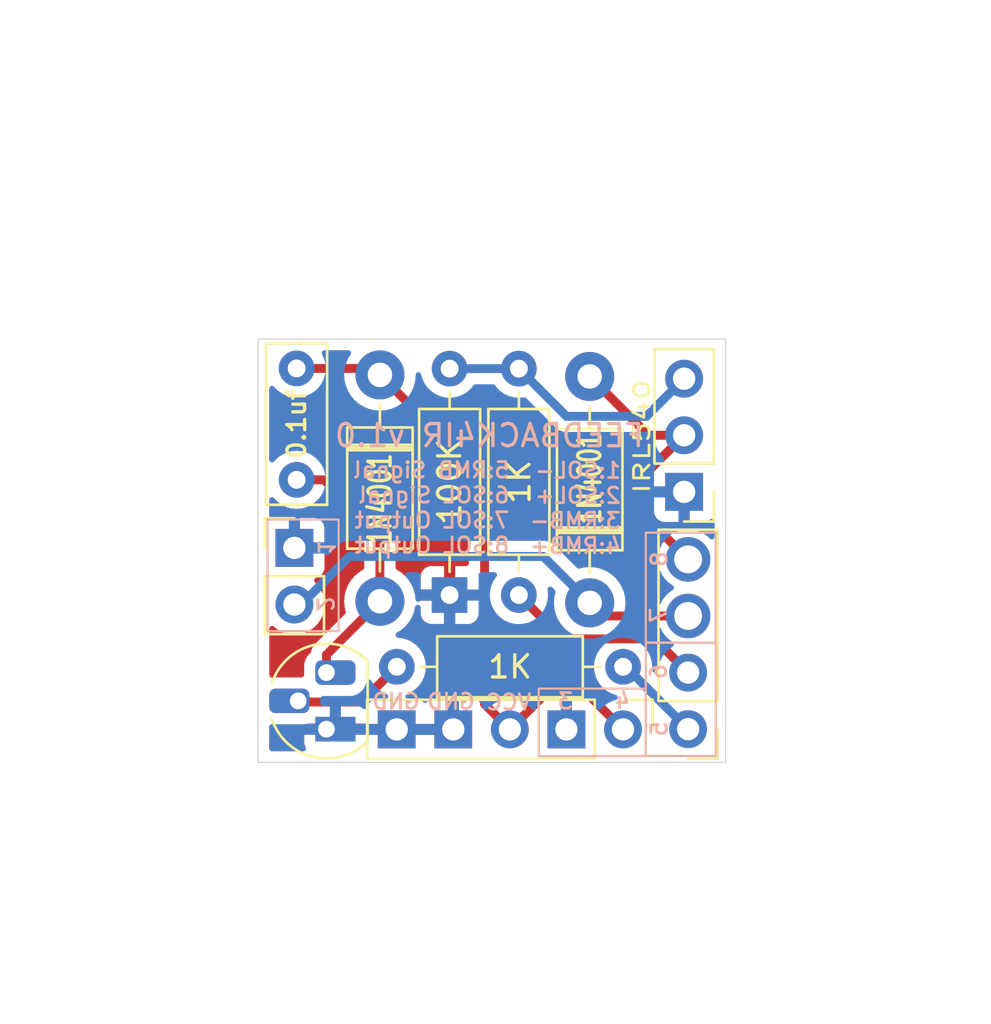
<source format=kicad_pcb>
(kicad_pcb (version 20240108) (generator "pcbnew") (generator_version "8.0")
  (layers (0 "F.Cu" signal) (31 "B.Cu" signal) (34 "B.Paste" user) (35 "F.Paste" user) (36 "B.SilkS" user "B.Silkscreen") (37 "F.SilkS" user "F.Silkscreen") (38 "B.Mask" user) (39 "F.Mask" user) (44 "Edge.Cuts" user))
  (net 0 "")
  (net 1 "DRAIN")
  (net 2 "+24V")
  (net 3 "GND")
  (net 4 "BASE")
  (net 5 "D11")
  (net 6 "GATE")
  (net 7 "RMB-")
  (net 8 "VCC")
  (net 9 "MOSI")
  (footprint "Connector_PinHeader_2.54mm:PinHeader_1x05_P2.54mm_Vertical" (layer "F.Cu") (at 128.425 117.49 -90)
    (property "Reference" "H5" (hide yes))
    (property "Value" "PinHeader_1x05_P2.54mm_Vertical")
    (fp_line (start -1.33 11.49) (end 1.33 11.49) (stroke (width 0.12)) (layer "F.SilkS"))
    (fp_line (start -1.33 1.27) (end -1.33 11.49) (stroke (width 0.12)) (layer "F.SilkS"))
    (fp_line (start -1.33 1.27) (end 1.33 1.27) (stroke (width 0.12)) (layer "F.SilkS"))
    (fp_line (start 1.33 1.27) (end 1.33 11.49) (stroke (width 0.12)) (layer "F.SilkS"))
    (fp_line (start -1.33 0) (end -1.33 -1.33) (stroke (width 0.12)) (layer "F.SilkS"))
    (fp_line (start -1.33 -1.33) (end 0 -1.33) (stroke (width 0.12)) (layer "F.SilkS"))
    (pad "1" thru_hole oval (at 0 0 270) (size 1.7 1.7) (drill 1) (layers "*.Cu" "*.Mask") (net 8 "VCC"))
    (pad "2" thru_hole rect (at 0 2.54 270) (size 1.7 1.7) (drill 1) (layers "*.Cu" "*.Mask") (net 3 "GND"))
    (pad "3" thru_hole oval (at 0 5.08 270) (size 1.7 1.7) (drill 1) (layers "*.Cu" "*.Mask") (net 8 "VCC"))
    (pad "4" thru_hole rect (at 0 7.62 270) (size 1.7 1.7) (drill 1) (layers "*.Cu" "*.Mask") (net 3 "GND"))
    (pad "5" thru_hole rect (at 0 10.16 270) (size 1.7 1.7) (drill 1) (layers "*.Cu" "*.Mask") (net 3 "GND"))
  )
  (footprint "Capacitor_THT:C_Disc_D7.0mm_W2.5mm_P5.00mm" (layer "F.Cu") (at 113.77 101.29 -90)
    (property "Reference" "0.1uf" (at 2.5 0 90) (layer "F.SilkS") (effects (font (size 0.8 0.8))))
    (property "Value" "C_Disc_D7.0mm_W2.5mm_P5.00mm")
    (fp_line (start -1.12 1.37) (end 6.12 1.37) (stroke (width 0.12)) (layer "F.SilkS"))
    (fp_line (start -1.12 -1.37) (end -1.12 1.37) (stroke (width 0.12)) (layer "F.SilkS"))
    (fp_line (start -1.12 -1.37) (end 6.12 -1.37) (stroke (width 0.12)) (layer "F.SilkS"))
    (fp_line (start 6.12 -1.37) (end 6.12 1.37) (stroke (width 0.12)) (layer "F.SilkS"))
    (pad "1" thru_hole circle (at 0 0 270) (size 1.6 1.6) (drill 0.8) (layers "*.Cu" "*.Mask") (net 8 "VCC"))
    (pad "2" thru_hole circle (at 5 0 270) (size 1.6 1.6) (drill 0.8) (layers "*.Cu" "*.Mask") (net 7 "RMB-"))
  )
  (footprint "Resistor_THT:R_Axial_DIN0207_L6.3mm_D2.5mm_P10.16mm_Horizontal" (layer "F.Cu") (at 120.64 101.3 -90)
    (property "Reference" "100K" (at 5.08 0 90) (layer "F.SilkS"))
    (property "Value" "R_Axial_DIN0207_L6.3mm_D2.5mm_P10.16mm_Horizontal")
    (fp_line (start 1.81 1.37) (end 8.35 1.37) (stroke (width 0.12)) (layer "F.SilkS"))
    (fp_line (start 8.35 1.37) (end 8.35 -1.37) (stroke (width 0.12)) (layer "F.SilkS"))
    (fp_line (start 1.04 0) (end 1.81 0) (stroke (width 0.12)) (layer "F.SilkS"))
    (fp_line (start 9.12 0) (end 8.35 0) (stroke (width 0.12)) (layer "F.SilkS"))
    (fp_line (start 1.81 -1.37) (end 1.81 1.37) (stroke (width 0.12)) (layer "F.SilkS"))
    (fp_line (start 8.35 -1.37) (end 1.81 -1.37) (stroke (width 0.12)) (layer "F.SilkS"))
    (pad "1" thru_hole circle (at 0 0 270) (size 1.6 1.6) (drill 0.8) (layers "*.Cu" "*.Mask") (net 6 "GATE"))
    (pad "2" thru_hole rect (at 10.16 0 270) (size 1.6 1.6) (drill 0.8) (layers "*.Cu" "*.Mask") (net 3 "GND"))
  )
  (footprint "Package_TO_SOT_THT:TO-92L_HandSolder" (layer "F.Cu") (at 115.11 117.48 90)
    (property "Reference" "2N2222" (hide yes))
    (property "Value" "TO-92L_HandSolder")
    (fp_line (start -0.53 1.85) (end 3.07 1.85) (stroke (width 0.12)) (layer "F.SilkS"))
    (fp_arc (start 2.05 -2.45) (mid 3.769931 -0.601036) (end 3.078445 1.827684) (stroke (width 0.12)) (layer "F.SilkS"))
    (fp_arc (start -0.541453 1.842156) (mid -1.247298 -0.581475) (end 0.45 -2.45) (stroke (width 0.12)) (layer "F.SilkS"))
    (pad "1" thru_hole rect (at 0 0 90) (size 1.1 1.8) (drill 0.75 (offset 0 0.4)) (layers "*.Cu" "*.Mask") (net 3 "GND"))
    (pad "2" thru_hole roundrect (at 1.27 -1.27 90) (size 1.1 1.8) (drill 0.75 (offset 0 -0.4)) (layers "*.Cu" "*.Mask") (net 4 "BASE"))
    (pad "3" thru_hole roundrect (at 2.54 0 90) (size 1.1 1.8) (drill 0.75 (offset 0 0.4)) (layers "*.Cu" "*.Mask") (net 7 "RMB-"))
  )
  (footprint "Connector_PinHeader_2.54mm:PinHeader_1x02_P2.54mm_Vertical" (layer "F.Cu") (at 113.67 109.345)
    (property "Reference" "SOL IN" (hide yes))
    (property "Value" "PinHeader_1x02_P2.54mm_Vertical")
    (fp_line (start -1.33 -1.33) (end 0 -1.33) (stroke (width 0.12)) (layer "F.SilkS"))
    (fp_line (start -1.33 0) (end -1.33 -1.33) (stroke (width 0.12)) (layer "F.SilkS"))
    (fp_line (start -1.33 1.27) (end -1.33 3.87) (stroke (width 0.12)) (layer "F.SilkS"))
    (fp_line (start -1.33 1.27) (end 1.33 1.27) (stroke (width 0.12)) (layer "F.SilkS"))
    (fp_line (start -1.33 3.87) (end 1.33 3.87) (stroke (width 0.12)) (layer "F.SilkS"))
    (fp_line (start 1.33 1.27) (end 1.33 3.87) (stroke (width 0.12)) (layer "F.SilkS"))
    (pad "1" thru_hole rect (at 0 0) (size 1.7 1.7) (drill 1) (layers "*.Cu" "*.Mask") (net 3 "GND"))
    (pad "2" thru_hole oval (at 0 2.54) (size 1.7 1.7) (drill 1) (layers "*.Cu" "*.Mask") (net 2 "+24V"))
  )
  (footprint "Diode_THT:D_DO-41_SOD81_P10.16mm_Horizontal" (layer "F.Cu") (at 126.93 111.81 90)
    (property "Reference" "1N4001" (at 5.58 0 270) (layer "F.SilkS") (effects (font (size 1 0.7) (thickness 0.15) (bold yes))))
    (property "Value" "D_DO-41_SOD81_P10.16mm_Horizontal")
    (fp_line (start 7.8 -1.47) (end 2.36 -1.47) (stroke (width 0.12)) (layer "F.SilkS"))
    (fp_line (start 3.38 -1.47) (end 3.38 1.47) (stroke (width 0.12)) (layer "F.SilkS"))
    (fp_line (start 3.26 -1.47) (end 3.26 1.47) (stroke (width 0.12)) (layer "F.SilkS"))
    (fp_line (start 3.14 -1.47) (end 3.14 1.47) (stroke (width 0.12)) (layer "F.SilkS"))
    (fp_line (start 2.36 -1.47) (end 2.36 1.47) (stroke (width 0.12)) (layer "F.SilkS"))
    (fp_line (start 8.82 0) (end 7.8 0) (stroke (width 0.12)) (layer "F.SilkS"))
    (fp_line (start 1.34 0) (end 2.36 0) (stroke (width 0.12)) (layer "F.SilkS"))
    (fp_line (start 7.8 1.47) (end 7.8 -1.47) (stroke (width 0.12)) (layer "F.SilkS"))
    (fp_line (start 2.36 1.47) (end 7.8 1.47) (stroke (width 0.12)) (layer "F.SilkS"))
    (pad "1" thru_hole oval (at 0 0 90) (size 2.2 2.2) (drill 1.1) (layers "*.Cu" "*.Mask") (net 2 "+24V"))
    (pad "2" thru_hole oval (at 10.16 0 90) (size 2.2 2.2) (drill 1.1) (layers "*.Cu" "*.Mask") (net 1 "DRAIN"))
  )
  (footprint "Resistor_THT:R_Axial_DIN0207_L6.3mm_D2.5mm_P10.16mm_Horizontal" (layer "F.Cu") (at 123.75 111.46 90)
    (property "Reference" "1K" (at 5.08 0 270) (layer "F.SilkS"))
    (property "Value" "R_Axial_DIN0207_L6.3mm_D2.5mm_P10.16mm_Horizontal")
    (fp_line (start 8.35 -1.37) (end 1.81 -1.37) (stroke (width 0.12)) (layer "F.SilkS"))
    (fp_line (start 1.81 -1.37) (end 1.81 1.37) (stroke (width 0.12)) (layer "F.SilkS"))
    (fp_line (start 9.12 0) (end 8.35 0) (stroke (width 0.12)) (layer "F.SilkS"))
    (fp_line (start 1.04 0) (end 1.81 0) (stroke (width 0.12)) (layer "F.SilkS"))
    (fp_line (start 8.35 1.37) (end 8.35 -1.37) (stroke (width 0.12)) (layer "F.SilkS"))
    (fp_line (start 1.81 1.37) (end 8.35 1.37) (stroke (width 0.12)) (layer "F.SilkS"))
    (pad "1" thru_hole circle (at 0 0 90) (size 1.6 1.6) (drill 0.8) (layers "*.Cu" "*.Mask") (net 9 "MOSI"))
    (pad "2" thru_hole oval (at 10.16 0 90) (size 1.6 1.6) (drill 0.8) (layers "*.Cu" "*.Mask") (net 6 "GATE"))
  )
  (footprint "Diode_THT:D_DO-41_SOD81_P10.16mm_Horizontal" (layer "F.Cu") (at 117.51 101.58 -90)
    (property "Reference" "1N4001" (at 5.58 0 90) (layer "F.SilkS") (effects (font (size 1 0.7))))
    (property "Value" "D_DO-41_SOD81_P10.16mm_Horizontal")
    (fp_line (start 2.36 1.47) (end 7.8 1.47) (stroke (width 0.12)) (layer "F.SilkS"))
    (fp_line (start 7.8 1.47) (end 7.8 -1.47) (stroke (width 0.12)) (layer "F.SilkS"))
    (fp_line (start 1.34 0) (end 2.36 0) (stroke (width 0.12)) (layer "F.SilkS"))
    (fp_line (start 8.82 0) (end 7.8 0) (stroke (width 0.12)) (layer "F.SilkS"))
    (fp_line (start 2.36 -1.47) (end 2.36 1.47) (stroke (width 0.12)) (layer "F.SilkS"))
    (fp_line (start 3.14 -1.47) (end 3.14 1.47) (stroke (width 0.12)) (layer "F.SilkS"))
    (fp_line (start 3.26 -1.47) (end 3.26 1.47) (stroke (width 0.12)) (layer "F.SilkS"))
    (fp_line (start 3.38 -1.47) (end 3.38 1.47) (stroke (width 0.12)) (layer "F.SilkS"))
    (fp_line (start 7.8 -1.47) (end 2.36 -1.47) (stroke (width 0.12)) (layer "F.SilkS"))
    (pad "1" thru_hole oval (at 0 0 270) (size 2.2 2.2) (drill 1.1) (layers "*.Cu" "*.Mask") (net 8 "VCC"))
    (pad "2" thru_hole oval (at 10.16 0 270) (size 2.2 2.2) (drill 1.1) (layers "*.Cu" "*.Mask") (net 7 "RMB-"))
  )
  (footprint "Connector_PinHeader_2.54mm:PinHeader_1x03_P2.54mm_Vertical" (layer "F.Cu") (at 131.17 106.83 180)
    (property "Reference" "IRL540" (hide yes))
    (property "Value" "PinHeader_1x03_P2.54mm_Vertical")
    (fp_line (start 1.33 1.27) (end 1.33 6.41) (stroke (width 0.12)) (layer "F.SilkS"))
    (fp_line (start -1.33 6.41) (end 1.33 6.41) (stroke (width 0.12)) (layer "F.SilkS"))
    (fp_line (start -1.33 1.27) (end 1.33 1.27) (stroke (width 0.12)) (layer "F.SilkS"))
    (fp_line (start -1.33 1.27) (end -1.33 6.41) (stroke (width 0.12)) (layer "F.SilkS"))
    (fp_line (start -1.33 0) (end -1.33 -1.33) (stroke (width 0.12)) (layer "F.SilkS"))
    (fp_line (start -1.33 -1.33) (end 0 -1.33) (stroke (width 0.12)) (layer "F.SilkS"))
    (pad "1" thru_hole rect (at 0 0 180) (size 1.7 1.7) (drill 1) (layers "*.Cu" "*.Mask") (net 3 "GND"))
    (pad "2" thru_hole oval (at 0 2.54 180) (size 1.7 1.7) (drill 1) (layers "*.Cu" "*.Mask") (net 1 "DRAIN"))
    (pad "3" thru_hole oval (at 0 5.08 180) (size 1.7 1.7) (drill 1) (layers "*.Cu" "*.Mask") (net 6 "GATE"))
  )
  (footprint "Resistor_THT:R_Axial_DIN0207_L6.3mm_D2.5mm_P10.16mm_Horizontal" (layer "F.Cu") (at 118.27 114.68)
    (property "Reference" "1K" (at 5.08 0 0) (layer "F.SilkS"))
    (property "Value" "R_Axial_DIN0207_L6.3mm_D2.5mm_P10.16mm_Horizontal")
    (fp_line (start 1.04 0) (end 1.81 0) (stroke (width 0.12)) (layer "F.SilkS"))
    (fp_line (start 1.81 -1.37) (end 1.81 1.37) (stroke (width 0.12)) (layer "F.SilkS"))
    (fp_line (start 1.81 1.37) (end 8.35 1.37) (stroke (width 0.12)) (layer "F.SilkS"))
    (fp_line (start 8.35 -1.37) (end 1.81 -1.37) (stroke (width 0.12)) (layer "F.SilkS"))
    (fp_line (start 8.35 1.37) (end 8.35 -1.37) (stroke (width 0.12)) (layer "F.SilkS"))
    (fp_line (start 9.12 0) (end 8.35 0) (stroke (width 0.12)) (layer "F.SilkS"))
    (pad "1" thru_hole circle (at 0 0) (size 1.6 1.6) (drill 0.8) (layers "*.Cu" "*.Mask") (net 4 "BASE"))
    (pad "2" thru_hole oval (at 10.16 0) (size 1.6 1.6) (drill 0.8) (layers "*.Cu" "*.Mask") (net 5 "D11"))
  )
  (footprint "Connector_PinHeader_2.54mm:PinHeader_1x04_P2.54mm_Vertical" (layer "F.Cu") (at 131.35 117.48 180)
    (property "Reference" "H4" (hide yes))
    (property "Value" "PinHeader_1x04_P2.54mm_Vertical")
    (fp_line (start 1.33 1.27) (end 1.33 8.95) (stroke (width 0.12)) (layer "F.SilkS"))
    (fp_line (start -1.33 8.95) (end 1.33 8.95) (stroke (width 0.12)) (layer "F.SilkS"))
    (fp_line (start -1.33 1.27) (end 1.33 1.27) (stroke (width 0.12)) (layer "F.SilkS"))
    (fp_line (start -1.33 1.27) (end -1.33 8.95) (stroke (width 0.12)) (layer "F.SilkS"))
    (fp_line (start -1.33 0) (end -1.33 -1.33) (stroke (width 0.12)) (layer "F.SilkS"))
    (fp_line (start -1.33 -1.33) (end 0 -1.33) (stroke (width 0.12)) (layer "F.SilkS"))
    (pad "1" thru_hole oval (at 0 0 180) (size 1.7 1.7) (drill 1) (layers "*.Cu" "*.Mask") (net 5 "D11"))
    (pad "2" thru_hole oval (at 0 2.54 180) (size 1.7 1.7) (drill 1) (layers "*.Cu" "*.Mask") (net 9 "MOSI"))
    (pad "3" thru_hole oval (at 0 5.08 180) (size 2 2) (drill 1.25) (layers "*.Cu" "*.Mask") (net 2 "+24V"))
    (pad "4" thru_hole oval (at 0 7.62 180) (size 2 2) (drill 1.25) (layers "*.Cu" "*.Mask") (net 1 "DRAIN"))
  )
  (gr_rect (start 129.45 108.66) (end 132.58 113.59) (stroke (width 0.1)) (fill none) (layer "B.SilkS"))
  (gr_rect (start 124.64 115.66) (end 129.45 118.69) (stroke (width 0.1)) (fill none) (layer "B.SilkS"))
  (gr_rect (start 112.465 108.07) (end 115.655 113.08) (stroke (width 0.1)) (fill none) (layer "B.SilkS"))
  (gr_rect (start 129.45 113.605) (end 132.59 118.685) (stroke (width 0.1)) (fill none) (layer "B.SilkS"))
  (gr_rect (start 112.04 99.97) (end 133.04 118.97) (stroke (width 0.05)) (fill none) (layer "Edge.Cuts"))
  (gr_text "4\n" (at 128.82 116.61 0) (layer "B.SilkS") (effects (font (size 0.7 0.7) (thickness 0.125) (bold yes)) (justify left bottom mirror)))
  (gr_text "FEEDBACK4IR v1.0" (at 122.42 104.89 0) (layer "B.SilkS") (effects (font (size 1 1)) (justify bottom mirror)))
  (gr_text "6" (at 130.43 114.48 90) (layer "B.SilkS") (effects (font (size 0.7 0.7) (thickness 0.125) (bold yes)) (justify left bottom mirror)))
  (gr_text "5" (at 130.46 117.05 90) (layer "B.SilkS") (effects (font (size 0.7 0.7) (thickness 0.125) (bold yes)) (justify left bottom mirror)))
  (gr_text "VCC" (at 124.38 116.68 0) (layer "B.SilkS") (effects (font (size 0.7 0.7) (thickness 0.125) (bold yes)) (justify left bottom mirror)))
  (gr_text "8" (at 130.46 109.43 90) (layer "B.SilkS") (effects (font (size 0.7 0.7) (thickness 0.125) (bold yes)) (justify left bottom mirror)))
  (gr_text "7" (at 130.43 111.95 90) (layer "B.SilkS") (effects (font (size 0.7 0.7) (thickness 0.125) (bold yes)) (justify left bottom mirror)))
  (gr_text "1:SOL-\n2:SOL+\n3:RMB-\n4:RMB+" (at 128.4 109.66 0) (layer "B.SilkS") (effects (font (size 0.7 0.7) (thickness 0.125) (bold yes)) (justify left bottom mirror)))
  (gr_text "GND" (at 121.85 116.65 0) (layer "B.SilkS") (effects (font (size 0.7 0.7) (thickness 0.125) (bold yes)) (justify left bottom mirror)))
  (gr_text "1" (at 114.68 109.71 -90) (layer "B.SilkS") (effects (font (size 0.7 0.7) (thickness 0.125) (bold yes)) (justify left bottom mirror)))
  (gr_text "GND" (at 119.38 116.65 0) (layer "B.SilkS") (effects (font (size 0.7 0.7) (thickness 0.125) (bold yes)) (justify left bottom mirror)))
  (gr_text "2\n" (at 114.63 112.28 270) (layer "B.SilkS") (effects (font (size 0.7 0.7) (thickness 0.125) (bold yes)) (justify left bottom mirror)))
  (gr_text "5:RMB Signal\n6:SOL Signal\n7:SOL Output\n8:SOL Output" (at 123.4 109.64 0) (layer "B.SilkS") (effects (font (size 0.7 0.7) (thickness 0.125) (bold yes)) (justify left bottom mirror)))
  (gr_text "3" (at 126.25 116.63 0) (layer "B.SilkS") (effects (font (size 0.7 0.7) (thickness 0.125) (bold yes)) (justify left bottom mirror)))
  (gr_text "\n" (at 128.76 108.74 270) (layer "B.SilkS") (effects (font (size 0.8 0.8) (thickness 0.125)) (justify mirror)))
  (gr_text "IRL540" (at 129.685992 106.998027 90) (layer "F.SilkS") (effects (font (size 0.7 1) (thickness 0.125) (bold yes)) (justify left bottom)))
  (segment (start 131.35 109.86) (end 129.17 107.68) (width 0.4) (layer "F.Cu") (net 1))
  (segment (start 129.17 107.68) (end 129.17 106.29) (width 0.4) (layer "F.Cu") (net 1))
  (segment (start 129.17 106.29) (end 131.17 104.29) (width 0.4) (layer "F.Cu") (net 1))
  (segment (start 129.57 104.29) (end 126.93 101.65) (width 0.4) (layer "F.Cu") (net 1))
  (segment (start 131.17 104.29) (end 129.57 104.29) (width 0.4) (layer "F.Cu") (net 1))
  (segment (start 127.52 112.4) (end 126.93 111.81) (width 0.4) (layer "F.Cu") (net 2))
  (segment (start 131.35 112.4) (end 127.52 112.4) (width 0.4) (layer "F.Cu") (net 2))
  (segment (start 113.67 111.885) (end 113.975 111.885) (width 0.4) (layer "B.Cu") (net 2))
  (segment (start 124.85 109.73) (end 126.93 111.81) (width 0.4) (layer "B.Cu") (net 2))
  (segment (start 116.13 109.73) (end 124.85 109.73) (width 0.4) (layer "B.Cu") (net 2))
  (segment (start 113.975 111.885) (end 116.13 109.73) (width 0.4) (layer "B.Cu") (net 2))
  (segment (start 113.89 116.26) (end 113.84 116.21) (width 0.4) (layer "F.Cu") (net 4))
  (segment (start 116.69 116.26) (end 113.89 116.26) (width 0.4) (layer "F.Cu") (net 4))
  (segment (start 118.27 114.68) (end 116.69 116.26) (width 0.4) (layer "F.Cu") (net 4))
  (segment (start 131.35 117.48) (end 128.55 114.68) (width 0.4) (layer "B.Cu") (net 5))
  (segment (start 128.55 114.68) (end 128.43 114.68) (width 0.4) (layer "B.Cu") (net 5))
  (segment (start 125.89 103.44) (end 123.75 101.3) (width 0.4) (layer "B.Cu") (net 6))
  (segment (start 129.48 103.44) (end 125.89 103.44) (width 0.4) (layer "B.Cu") (net 6))
  (segment (start 131.17 101.75) (end 129.48 103.44) (width 0.4) (layer "B.Cu") (net 6))
  (segment (start 123.75 101.3) (end 120.64 101.3) (width 0.4) (layer "B.Cu") (net 6))
  (segment (start 115.11 114.14) (end 117.51 111.74) (width 0.4) (layer "F.Cu") (net 7))
  (segment (start 115 106.29) (end 117.51 108.8) (width 0.4) (layer "F.Cu") (net 7))
  (segment (start 117.51 108.8) (end 117.51 111.74) (width 0.4) (layer "F.Cu") (net 7))
  (segment (start 115.11 114.94) (end 115.11 114.14) (width 0.4) (layer "F.Cu") (net 7))
  (segment (start 113.77 106.29) (end 115 106.29) (width 0.4) (layer "F.Cu") (net 7))
  (segment (start 122.21 116.355) (end 122.21 106.28) (width 0.4) (layer "F.Cu") (net 8))
  (segment (start 122.21 106.28) (end 117.51 101.58) (width 0.4) (layer "F.Cu") (net 8))
  (segment (start 126.605 115.67) (end 125.165 115.67) (width 0.4) (layer "F.Cu") (net 8))
  (segment (start 128.425 117.49) (end 126.605 115.67) (width 0.4) (layer "F.Cu") (net 8))
  (segment (start 113.77 101.29) (end 117.22 101.29) (width 0.4) (layer "F.Cu") (net 8))
  (segment (start 117.22 101.29) (end 117.51 101.58) (width 0.4) (layer "F.Cu") (net 8))
  (segment (start 123.345 117.49) (end 122.21 116.355) (width 0.4) (layer "F.Cu") (net 8))
  (segment (start 125.165 115.67) (end 123.345 117.49) (width 0.4) (layer "F.Cu") (net 8))
  (segment (start 125.72 113.43) (end 123.75 111.46) (width 0.4) (layer "F.Cu") (net 9))
  (segment (start 131.35 114.94) (end 129.84 113.43) (width 0.4) (layer "F.Cu") (net 9))
  (segment (start 129.84 113.43) (end 125.72 113.43) (width 0.4) (layer "F.Cu") (net 9))
  (zone (net 3) (net_name "GND") (layers "F&B.Cu") (connect_pads (clearance 0.5)) (min_thickness 0.25) (fill yes (thermal_gap 0.5) (thermal_bridge_width 0.5))
    (polygon (pts (xy 111.79 99.59) (xy 133.36 99.62) (xy 133.29 119.08) (xy 111.83 119.19)))
  )
)
</source>
